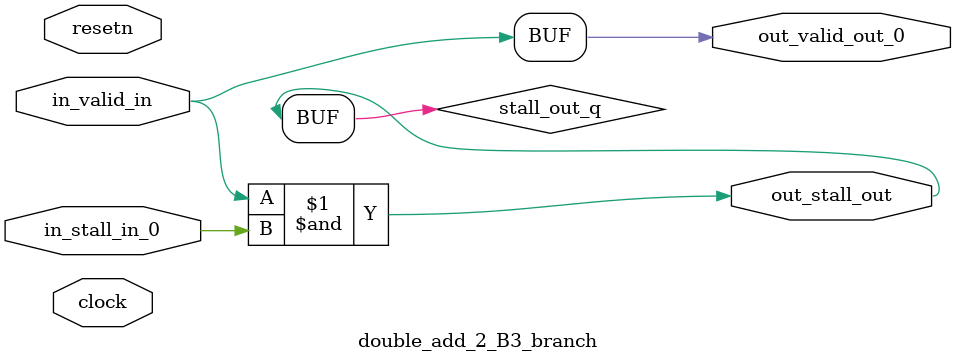
<source format=sv>



(* altera_attribute = "-name AUTO_SHIFT_REGISTER_RECOGNITION OFF; -name MESSAGE_DISABLE 10036; -name MESSAGE_DISABLE 10037; -name MESSAGE_DISABLE 14130; -name MESSAGE_DISABLE 14320; -name MESSAGE_DISABLE 15400; -name MESSAGE_DISABLE 14130; -name MESSAGE_DISABLE 10036; -name MESSAGE_DISABLE 12020; -name MESSAGE_DISABLE 12030; -name MESSAGE_DISABLE 12010; -name MESSAGE_DISABLE 12110; -name MESSAGE_DISABLE 14320; -name MESSAGE_DISABLE 13410; -name MESSAGE_DISABLE 113007; -name MESSAGE_DISABLE 10958" *)
module double_add_2_B3_branch (
    input wire [0:0] in_stall_in_0,
    input wire [0:0] in_valid_in,
    output wire [0:0] out_stall_out,
    output wire [0:0] out_valid_out_0,
    input wire clock,
    input wire resetn
    );

    wire [0:0] stall_out_q;


    // stall_out(LOGICAL,6)
    assign stall_out_q = in_valid_in & in_stall_in_0;

    // out_stall_out(GPOUT,4)
    assign out_stall_out = stall_out_q;

    // out_valid_out_0(GPOUT,5)
    assign out_valid_out_0 = in_valid_in;

endmodule

</source>
